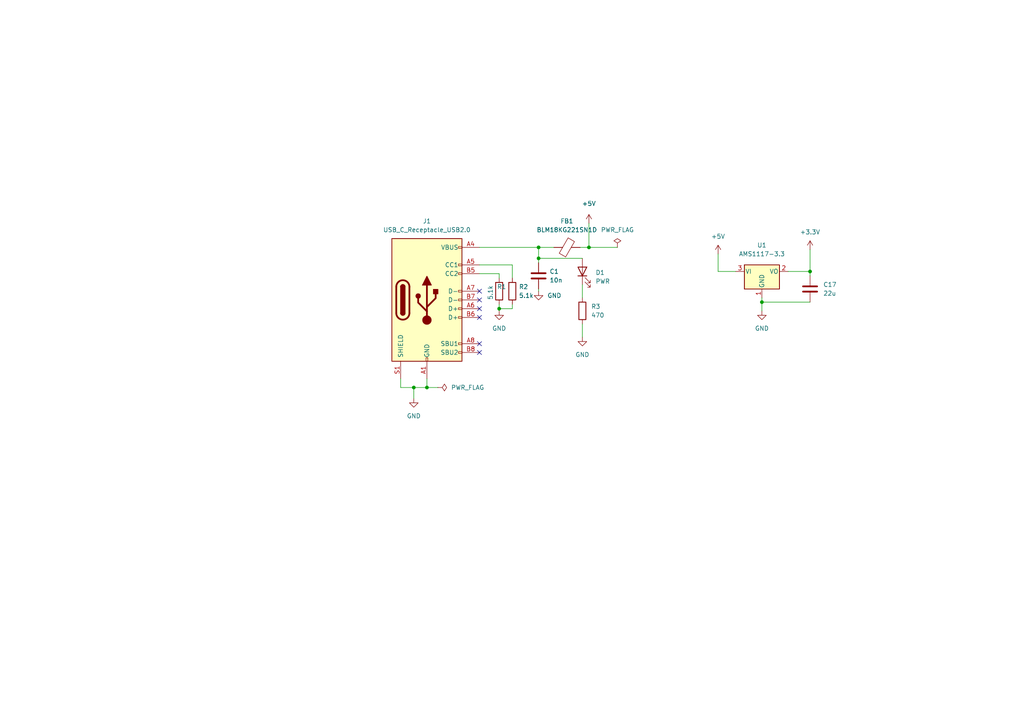
<source format=kicad_sch>
(kicad_sch (version 20230121) (generator eeschema)
  (paper "A4")
  (lib_symbols
    (symbol "+5V_1" (power) (pin_names (offset 0))
      (property "Value" "+5V_1" (at 0 3.556 0))
      (symbol "+5V_1_0_1"
        (polyline (pts (xy -0.762 1.27) (xy 0 2.54)))
        (polyline (pts (xy 0 0) (xy 0 2.54)))
        (polyline (pts (xy 0 2.54) (xy 0.762 1.27)))
      )
      (symbol "+5V_1_1_1"
        (pin power_in line (at 0 0 90) (length 0) hide (name "+5V") (number "1"))
      )
    )
    (symbol "Connector:USB_C_Receptacle_USB2.0" (pin_names (offset 1.016))
      (property "Reference" "J" (at -10.16 19.05 0))
      (property "Value" "USB_C_Receptacle_USB2.0" (at 19.05 19.05 0))
      (symbol "USB_C_Receptacle_USB2.0_0_0"
        (rectangle (start -0.254 -17.78) (end 0.254 -16.764))
        (rectangle (start 10.16 -14.986) (end 9.144 -15.494))
        (rectangle (start 10.16 -12.446) (end 9.144 -12.954))
        (rectangle (start 10.16 -4.826) (end 9.144 -5.334))
        (rectangle (start 10.16 -2.286) (end 9.144 -2.794))
        (rectangle (start 10.16 0.254) (end 9.144 -0.254))
        (rectangle (start 10.16 2.794) (end 9.144 2.286))
        (rectangle (start 10.16 7.874) (end 9.144 7.366))
        (rectangle (start 10.16 10.414) (end 9.144 9.906))
        (rectangle (start 10.16 15.494) (end 9.144 14.986))
      )
      (symbol "USB_C_Receptacle_USB2.0_0_1"
        (rectangle (start -10.16 17.78) (end 10.16 -17.78) (stroke (width 0.254)) (fill (type background)))
        (arc (start -8.89 -3.81) (mid -6.985 -5.7067) (end -5.08 -3.81) (stroke (width 0.508)))
        (arc (start -7.62 -3.81) (mid -6.985 -4.4423) (end -6.35 -3.81) (stroke (width 0.254)))
        (arc (start -7.62 -3.81) (mid -6.985 -4.4423) (end -6.35 -3.81) (stroke (width 0.254)) (fill (type outline)))
        (rectangle (start -7.62 -3.81) (end -6.35 3.81) (stroke (width 0.254)) (fill (type outline)))
        (arc (start -6.35 3.81) (mid -6.985 4.4423) (end -7.62 3.81) (stroke (width 0.254)))
        (arc (start -6.35 3.81) (mid -6.985 4.4423) (end -7.62 3.81) (stroke (width 0.254)) (fill (type outline)))
        (arc (start -5.08 3.81) (mid -6.985 5.7067) (end -8.89 3.81) (stroke (width 0.508)))
        (circle (center -2.54 1.143) (radius 0.635) (stroke (width 0.254)) (fill (type outline)))
        (circle (center 0 -5.842) (radius 1.27) (fill (type outline)))
        (polyline (pts (xy -8.89 -3.81) (xy -8.89 3.81)) (stroke (width 0.508)))
        (polyline (pts (xy -5.08 3.81) (xy -5.08 -3.81)) (stroke (width 0.508)))
        (polyline (pts (xy 0 -5.842) (xy 0 4.318)) (stroke (width 0.508)))
        (polyline (pts (xy 0 -3.302) (xy -2.54 -0.762) (xy -2.54 0.508)) (stroke (width 0.508)))
        (polyline (pts (xy 0 -2.032) (xy 2.54 0.508) (xy 2.54 1.778)) (stroke (width 0.508)))
        (polyline (pts (xy -1.27 4.318) (xy 0 6.858) (xy 1.27 4.318) (xy -1.27 4.318)) (stroke (width 0.254)) (fill (type outline)))
        (rectangle (start 1.905 1.778) (end 3.175 3.048) (stroke (width 0.254)) (fill (type outline)))
      )
      (symbol "USB_C_Receptacle_USB2.0_1_1"
        (pin passive line (at 0 -22.86 90) (length 5.08) (name "GND") (number "A1"))
        (pin passive line (at 0 -22.86 90) (length 5.08) hide (name "GND") (number "A12"))
        (pin passive line (at 15.24 15.24 180) (length 5.08) (name "VBUS") (number "A4"))
        (pin bidirectional line (at 15.24 10.16 180) (length 5.08) (name "CC1") (number "A5"))
        (pin bidirectional line (at 15.24 -2.54 180) (length 5.08) (name "D+") (number "A6"))
        (pin bidirectional line (at 15.24 2.54 180) (length 5.08) (name "D-") (number "A7"))
        (pin bidirectional line (at 15.24 -12.7 180) (length 5.08) (name "SBU1") (number "A8"))
        (pin passive line (at 15.24 15.24 180) (length 5.08) hide (name "VBUS") (number "A9"))
        (pin passive line (at 0 -22.86 90) (length 5.08) hide (name "GND") (number "B1"))
        (pin passive line (at 0 -22.86 90) (length 5.08) hide (name "GND") (number "B12"))
        (pin passive line (at 15.24 15.24 180) (length 5.08) hide (name "VBUS") (number "B4"))
        (pin bidirectional line (at 15.24 7.62 180) (length 5.08) (name "CC2") (number "B5"))
        (pin bidirectional line (at 15.24 -5.08 180) (length 5.08) (name "D+") (number "B6"))
        (pin bidirectional line (at 15.24 0 180) (length 5.08) (name "D-") (number "B7"))
        (pin bidirectional line (at 15.24 -15.24 180) (length 5.08) (name "SBU2") (number "B8"))
        (pin passive line (at 15.24 15.24 180) (length 5.08) hide (name "VBUS") (number "B9"))
        (pin passive line (at -7.62 -22.86 90) (length 5.08) (name "SHIELD") (number "S1"))
      )
    )
    (symbol "Device:C" (pin_numbers hide) (pin_names (offset 0.254))
      (property "Reference" "C" (at 0.635 2.54 0))
      (property "Value" "C" (at 0.635 -2.54 0))
      (symbol "C_0_1"
        (polyline (pts (xy -2.032 -0.762) (xy 2.032 -0.762)) (stroke (width 0.508)))
        (polyline (pts (xy -2.032 0.762) (xy 2.032 0.762)) (stroke (width 0.508)))
      )
      (symbol "C_1_1"
        (pin passive line (at 0 3.81 270) (length 2.794) (name "~") (number "1"))
        (pin passive line (at 0 -3.81 90) (length 2.794) (name "~") (number "2"))
      )
    )
    (symbol "Device:FerriteBead" (pin_numbers hide) (pin_names (offset 0))
      (property "Reference" "FB" (at -3.81 0.635 90))
      (property "Value" "FerriteBead" (at 3.81 0 90))
      (symbol "FerriteBead_0_1"
        (polyline (pts (xy 0 -1.27) (xy 0 -1.2192)))
        (polyline (pts (xy 0 1.27) (xy 0 1.2954)))
        (polyline (pts (xy -2.7686 0.4064) (xy -1.7018 2.2606) (xy 2.7686 -0.3048) (xy 1.6764 -2.159) (xy -2.7686 0.4064)))
      )
      (symbol "FerriteBead_1_1"
        (pin passive line (at 0 3.81 270) (length 2.54) (name "~") (number "1"))
        (pin passive line (at 0 -3.81 90) (length 2.54) (name "~") (number "2"))
      )
    )
    (symbol "Device:LED" (pin_numbers hide) (pin_names (offset 1.016) hide)
      (property "Reference" "D" (at 0 2.54 0))
      (property "Value" "LED" (at 0 -2.54 0))
      (symbol "LED_0_1"
        (polyline (pts (xy -1.27 -1.27) (xy -1.27 1.27)) (stroke (width 0.254)))
        (polyline (pts (xy -1.27 0) (xy 1.27 0)))
        (polyline (pts (xy 1.27 -1.27) (xy 1.27 1.27) (xy -1.27 0) (xy 1.27 -1.27)) (stroke (width 0.254)))
        (polyline (pts (xy -3.048 -0.762) (xy -4.572 -2.286) (xy -3.81 -2.286) (xy -4.572 -2.286) (xy -4.572 -1.524)))
        (polyline (pts (xy -1.778 -0.762) (xy -3.302 -2.286) (xy -2.54 -2.286) (xy -3.302 -2.286) (xy -3.302 -1.524)))
      )
      (symbol "LED_1_1"
        (pin passive line (at -3.81 0 0) (length 2.54) (name "K") (number "1"))
        (pin passive line (at 3.81 0 180) (length 2.54) (name "A") (number "2"))
      )
    )
    (symbol "Device:R" (pin_numbers hide) (pin_names (offset 0))
      (property "Reference" "R" (at 2.032 0 90))
      (property "Value" "R" (at 0 0 90))
      (symbol "R_0_1"
        (rectangle (start -1.016 -2.54) (end 1.016 2.54) (stroke (width 0.254)))
      )
      (symbol "R_1_1"
        (pin passive line (at 0 3.81 270) (length 1.27) (name "~") (number "1"))
        (pin passive line (at 0 -3.81 90) (length 1.27) (name "~") (number "2"))
      )
    )
    (symbol "Regulator_Linear:AMS1117-3.3" (pin_names (offset 0.254))
      (property "Reference" "U" (at -3.81 3.175 0))
      (property "Value" "AMS1117-3.3" (at 0 3.175 0))
      (symbol "AMS1117-3.3_0_1"
        (rectangle (start -5.08 -5.08) (end 5.08 1.905) (stroke (width 0.254)) (fill (type background)))
      )
      (symbol "AMS1117-3.3_1_1"
        (pin power_in line (at 0 -7.62 90) (length 2.54) (name "GND") (number "1"))
        (pin power_out line (at 7.62 0 180) (length 2.54) (name "VO") (number "2"))
        (pin power_in line (at -7.62 0 0) (length 2.54) (name "VI") (number "3"))
      )
    )
    (symbol "power:+3.3V" (power) (pin_names (offset 0))
      (property "Value" "+3.3V" (at 0 3.556 0))
      (symbol "+3.3V_0_1"
        (polyline (pts (xy -0.762 1.27) (xy 0 2.54)))
        (polyline (pts (xy 0 0) (xy 0 2.54)))
        (polyline (pts (xy 0 2.54) (xy 0.762 1.27)))
      )
      (symbol "+3.3V_1_1"
        (pin power_in line (at 0 0 90) (length 0) hide (name "+3.3V") (number "1"))
      )
    )
    (symbol "power:+5V" (power) (pin_names (offset 0))
      (property "Value" "+5V" (at 0 3.556 0))
      (symbol "+5V_0_1"
        (polyline (pts (xy -0.762 1.27) (xy 0 2.54)))
        (polyline (pts (xy 0 0) (xy 0 2.54)))
        (polyline (pts (xy 0 2.54) (xy 0.762 1.27)))
      )
      (symbol "+5V_1_1"
        (pin power_in line (at 0 0 90) (length 0) hide (name "+5V") (number "1"))
      )
    )
    (symbol "power:GND" (power) (pin_names (offset 0))
      (property "Value" "GND" (at 0 -3.81 0))
      (symbol "GND_0_1"
        (polyline (pts (xy 0 0) (xy 0 -1.27) (xy 1.27 -1.27) (xy 0 -2.54) (xy -1.27 -1.27) (xy 0 -1.27)))
      )
      (symbol "GND_1_1"
        (pin power_in line (at 0 0 270) (length 0) hide (name "GND") (number "1"))
      )
    )
    (symbol "power:PWR_FLAG" (power) (pin_numbers hide) (pin_names (offset 0) hide)
      (property "Value" "PWR_FLAG" (at 0 3.81 0))
      (symbol "PWR_FLAG_0_0"
        (pin power_out line (at 0 0 90) (length 0) (name "pwr") (number "1"))
      )
      (symbol "PWR_FLAG_0_1"
        (polyline (pts (xy 0 0) (xy 0 1.27) (xy -1.016 1.905) (xy 0 2.54) (xy 1.016 1.905) (xy 0 1.27)))
      )
    )
  )
  (junction (at 156.21 74.93))
  (junction (at 144.78 89.535))
  (junction (at 170.815 71.755))
  (junction (at 234.95 78.74))
  (junction (at 120.015 112.395))
  (junction (at 123.825 112.395))
  (junction (at 156.21 71.755))
  (junction (at 220.98 87.63))
  (no_connect (at 139.065 102.235))
  (no_connect (at 139.065 89.535))
  (no_connect (at 139.065 84.455))
  (no_connect (at 139.065 99.695))
  (no_connect (at 139.065 92.075))
  (no_connect (at 139.065 86.995))
  (wire (pts (xy 116.205 112.395) (xy 120.015 112.395)))
  (wire (pts (xy 234.95 78.74) (xy 234.95 80.01)))
  (wire (pts (xy 168.275 71.755) (xy 170.815 71.755)))
  (wire (pts (xy 123.825 112.395) (xy 127 112.395)))
  (wire (pts (xy 220.98 86.36) (xy 220.98 87.63)))
  (wire (pts (xy 208.28 78.74) (xy 213.36 78.74)))
  (wire (pts (xy 156.21 83.82) (xy 156.21 84.455)))
  (wire (pts (xy 179.07 71.755) (xy 170.815 71.755)))
  (wire (pts (xy 220.98 87.63) (xy 234.95 87.63)))
  (wire (pts (xy 234.95 78.74) (xy 234.95 72.39)))
  (wire (pts (xy 156.21 71.755) (xy 160.655 71.755)))
  (wire (pts (xy 156.21 74.93) (xy 168.91 74.93)))
  (wire (pts (xy 144.78 89.535) (xy 144.78 90.17)))
  (wire (pts (xy 168.91 82.55) (xy 168.91 86.36)))
  (wire (pts (xy 170.815 71.755) (xy 170.815 64.77)))
  (wire (pts (xy 120.015 112.395) (xy 123.825 112.395)))
  (wire (pts (xy 156.21 74.93) (xy 156.21 76.2)))
  (wire (pts (xy 148.59 80.645) (xy 148.59 76.835)))
  (wire (pts (xy 148.59 89.535) (xy 144.78 89.535)))
  (wire (pts (xy 116.205 109.855) (xy 116.205 112.395)))
  (wire (pts (xy 168.91 93.98) (xy 168.91 97.79)))
  (wire (pts (xy 139.065 71.755) (xy 156.21 71.755)))
  (wire (pts (xy 144.78 80.645) (xy 144.78 79.375)))
  (wire (pts (xy 156.21 71.755) (xy 156.21 74.93)))
  (wire (pts (xy 208.28 73.66) (xy 208.28 78.74)))
  (wire (pts (xy 228.6 78.74) (xy 234.95 78.74)))
  (wire (pts (xy 148.59 88.265) (xy 148.59 89.535)))
  (wire (pts (xy 144.78 88.265) (xy 144.78 89.535)))
  (wire (pts (xy 139.065 76.835) (xy 148.59 76.835)))
  (wire (pts (xy 144.78 79.375) (xy 139.065 79.375)))
  (wire (pts (xy 123.825 109.855) (xy 123.825 112.395)))
  (wire (pts (xy 120.015 112.395) (xy 120.015 115.57)))
  (wire (pts (xy 220.98 87.63) (xy 220.98 90.17)))
  (symbol (lib_id "Regulator_Linear:AMS1117-3.3") (at 220.98 78.74 0) (unit 1)
    (property "Reference" "U1" (at 220.98 71.12 0))
    (property "Value" "AMS1117-3.3" (at 220.98 73.66 0))
    (property "Footprint" "Package_TO_SOT_SMD:SOT-223-3_TabPin2" (effects hide))
    (property "Datasheet" "http://www.advanced-monolithic.com/pdf/ds1117.pdf" (effects hide))
    (property "LCSC" "C6186" (effects hide))
  )
  (symbol (lib_id "Device:C") (at 234.95 83.82 0) (unit 1)
    (property "Reference" "C17" (at 238.76 82.5499 0) (effects (justify left)))
    (property "Value" "22u" (at 238.76 85.0899 0) (effects (justify left)))
    (property "Footprint" "Capacitor_SMD:C_1206_3216Metric" (effects hide))
  )
  (symbol (lib_id "Connector:USB_C_Receptacle_USB2.0") (at 123.825 86.995 0) (unit 1)
    (property "Reference" "J1" (at 123.825 64.135 0))
    (property "Value" "USB_C_Receptacle_USB2.0" (at 123.825 66.675 0))
    (property "Footprint" "ZL4AA:USB_C_Receptacle_ SHOU_HAN_TYPE-C 16PIN 2MD(073)" (effects hide))
    (property "Datasheet" "https://www.usb.org/sites/default/files/documents/usb_type-c.zip" (effects hide))
    (property "LCSC" "C2765186" (effects hide))
  )
  (symbol (lib_id "power:PWR_FLAG") (at 127 112.395 270) (unit 1)
    (property "Reference" "#FLG01" (effects hide))
    (property "Value" "PWR_FLAG" (at 130.81 112.3949 90) (effects (justify left)))
  )
  (symbol (lib_name "+5V_1") (lib_id "power:+5V") (at 208.28 73.66 0) (unit 1)
    (property "Reference" "#PWR06" (effects hide))
    (property "Value" "+5V" (at 208.28 68.58 0))
  )
  (symbol (lib_id "Device:R") (at 168.91 90.17 0) (unit 1)
    (property "Reference" "R3" (at 171.45 88.8999 0) (effects (justify left)))
    (property "Value" "470" (at 171.45 91.4399 0) (effects (justify left)))
    (property "Footprint" "Resistor_SMD:R_0402_1005Metric" (effects hide))
  )
  (symbol (lib_id "Device:R") (at 148.59 84.455 0) (unit 1)
    (property "Reference" "R2" (at 150.495 83.1849 0) (effects (justify left)))
    (property "Value" "5.1k" (at 150.495 85.7249 0) (effects (justify left)))
    (property "Footprint" "Resistor_SMD:R_0603_1608Metric" (effects hide))
    (property "LCSC" "C23186" (effects hide))
  )
  (symbol (lib_id "power:GND") (at 220.98 90.17 0) (unit 1)
    (property "Reference" "#PWR07" (effects hide))
    (property "Value" "GND" (at 220.98 95.25 0))
    (property "JLCPCB" "C2296" (effects hide))
  )
  (symbol (lib_id "Device:LED") (at 168.91 78.74 90) (unit 1)
    (property "Reference" "D1" (at 172.72 79.0574 90) (effects (justify right)))
    (property "Value" "PWR" (at 172.72 81.5974 90) (effects (justify right)))
    (property "Footprint" "Diode_SMD:D_0603_1608Metric" (effects hide))
    (property "LCSC" "C72043" (effects hide))
  )
  (symbol (lib_id "power:GND") (at 144.78 90.17 0) (unit 1)
    (property "Reference" "#PWR02" (effects hide))
    (property "Value" "GND" (at 144.78 95.25 0))
    (property "JLCPCB" "C2296" (effects hide))
  )
  (symbol (lib_id "Device:R") (at 144.78 84.455 0) (unit 1)
    (property "Reference" "R1" (at 144.145 83.1849 0) (effects (justify left)))
    (property "Value" "5.1k" (at 142.24 86.995 90) (effects (justify left)))
    (property "Footprint" "Resistor_SMD:R_0603_1608Metric" (effects hide))
    (property "LCSC" "C23186" (effects hide))
  )
  (symbol (lib_id "power:GND") (at 156.21 84.455 0) (unit 1)
    (property "Reference" "#PWR03" (effects hide))
    (property "Value" "GND" (at 158.75 85.7249 0) (effects (justify left)))
    (property "JLCPCB" "C2296" (effects hide))
  )
  (symbol (lib_id "power:GND") (at 168.91 97.79 0) (unit 1)
    (property "Reference" "#PWR05" (effects hide))
    (property "Value" "GND" (at 168.91 102.87 0))
    (property "JLCPCB" "C2296" (effects hide))
  )
  (symbol (lib_id "power:+3.3V") (at 234.95 72.39 0) (unit 1)
    (property "Reference" "#PWR08" (effects hide))
    (property "Value" "+3.3V" (at 234.95 67.31 0))
  )
  (symbol (lib_id "Device:FerriteBead") (at 164.465 71.755 90) (unit 1)
    (property "Reference" "FB1" (at 164.4142 64.135 90))
    (property "Value" "BLM18KG221SN1D" (at 164.4142 66.675 90))
    (property "Footprint" "Inductor_SMD:L_0603_1608Metric" (effects hide))
    (property "LCSC" "C88980" (effects hide))
  )
  (symbol (lib_id "power:GND") (at 120.015 115.57 0) (unit 1)
    (property "Reference" "#PWR01" (effects hide))
    (property "Value" "GND" (at 120.015 120.65 0))
  )
  (symbol (lib_id "Device:C") (at 156.21 80.01 0) (unit 1)
    (property "Reference" "C1" (at 159.385 78.7399 0) (effects (justify left)))
    (property "Value" "10n" (at 159.385 81.2799 0) (effects (justify left)))
    (property "Footprint" "Capacitor_SMD:C_0402_1005Metric" (effects hide))
    (property "LCSC" "C57112" (effects hide))
  )
  (symbol (lib_id "power:+5V") (at 170.815 64.77 0) (unit 1)
    (property "Reference" "#PWR04" (effects hide))
    (property "Value" "+5V" (at 170.815 59.055 0))
  )
  (symbol (lib_id "power:PWR_FLAG") (at 179.07 71.755 0) (unit 1)
    (property "Reference" "#FLG02" (effects hide))
    (property "Value" "PWR_FLAG" (at 179.07 66.675 0))
  )
)
</source>
